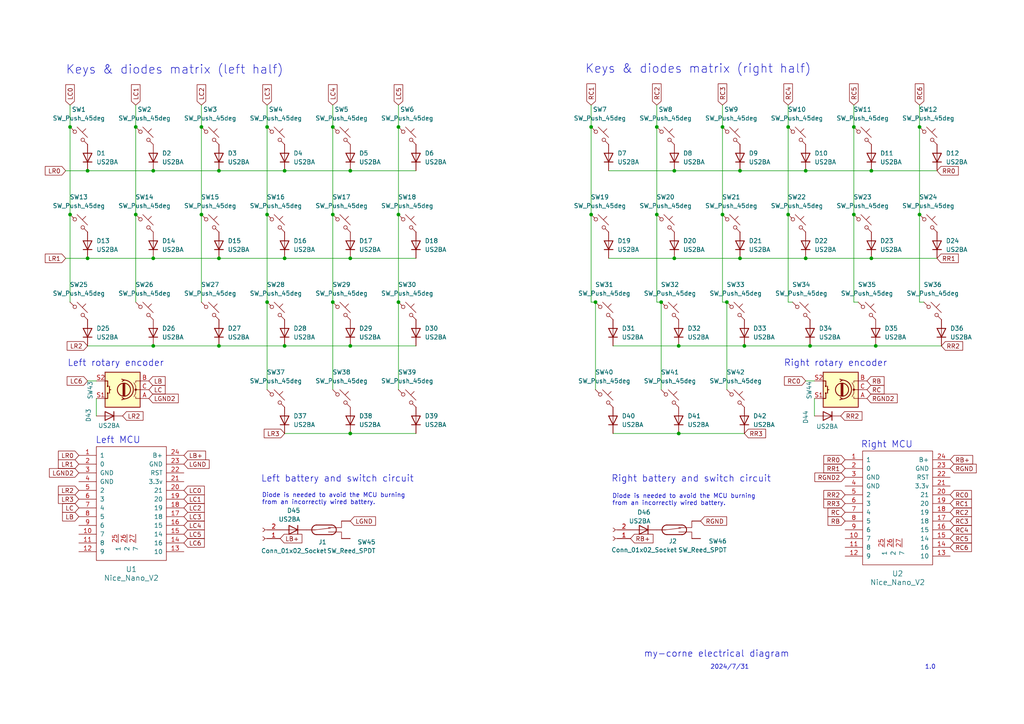
<source format=kicad_sch>
(kicad_sch (version 20231120) (generator "eeschema") (generator_version "8.0")
  (paper "A4")
  (lib_symbols
    (symbol "Connector:Conn_01x02_Socket" (pin_names (offset 1.016) hide)
      (property "Reference" "J" (at 0 2.54 0))
      (property "Value" "Conn_01x02_Socket" (at 0 -5.08 0))
      (symbol "Conn_01x02_Socket_1_1"
        (pin passive line (at -5.08 0 0) (length 3.81) (name "Pin_1") (number "1"))
        (pin passive line (at -5.08 -2.54 0) (length 3.81) (name "Pin_2") (number "2"))
      )
    )
    (symbol "Device:RotaryEncoder_Switch" (pin_names (offset 0.254) hide)
      (property "Reference" "SW" (at 0 6.604 0))
      (property "Value" "RotaryEncoder_Switch" (at 0 -6.604 0))
      (symbol "RotaryEncoder_Switch_1_1"
        (pin passive line (at -7.62 2.54 0) (length 2.54) (name "A") (number "A"))
        (pin passive line (at -7.62 -2.54 0) (length 2.54) (name "B") (number "B"))
        (pin passive line (at -7.62 0 0) (length 2.54) (name "C") (number "C"))
        (pin passive line (at 7.62 2.54 180) (length 2.54) (name "S1") (number "S1"))
        (pin passive line (at 7.62 -2.54 180) (length 2.54) (name "S2") (number "S2"))
      )
    )
    (symbol "Diode:US2BA" (pin_numbers hide) (pin_names hide)
      (property "Reference" "D" (at 0 2.54 0))
      (property "Value" "US2BA" (at 0 -2.54 0))
      (symbol "US2BA_1_1"
        (pin passive line (at -3.81 0 0) (length 2.54) (name "K") (number "1"))
        (pin passive line (at 3.81 0 180) (length 2.54) (name "A") (number "2"))
      )
    )
    (symbol "ScottoKeebs:MCU_Nice_Nano_V2" (pin_names (offset 1.016))
      (property "Reference" "U" (at 0 0 0))
      (property "Value" "Nice_Nano_V2" (at 0 -19.05 0))
      (symbol "MCU_Nice_Nano_V2_1_1"
        (pin input line (at -15.24 13.97 0) (length 5.08) (name "1") (number "1"))
        (pin input line (at -15.24 -8.89 0) (length 5.08) (name "7") (number "10"))
        (pin input line (at -15.24 -11.43 0) (length 5.08) (name "8") (number "11"))
        (pin input line (at -15.24 -13.97 0) (length 5.08) (name "9") (number "12"))
        (pin input line (at 15.24 -13.97 180) (length 5.08) (name "10") (number "13"))
        (pin input line (at 15.24 -11.43 180) (length 5.08) (name "16") (number "14"))
        (pin input line (at 15.24 -8.89 180) (length 5.08) (name "14") (number "15"))
        (pin input line (at 15.24 -6.35 180) (length 5.08) (name "15") (number "16"))
        (pin input line (at 15.24 -3.81 180) (length 5.08) (name "18") (number "17"))
        (pin input line (at 15.24 -1.27 180) (length 5.08) (name "19") (number "18"))
        (pin input line (at 15.24 1.27 180) (length 5.08) (name "20") (number "19"))
        (pin input line (at -15.24 11.43 0) (length 5.08) (name "0") (number "2"))
        (pin input line (at 15.24 3.81 180) (length 5.08) (name "21") (number "20"))
        (pin input line (at 15.24 6.35 180) (length 5.08) (name "3.3v") (number "21"))
        (pin input line (at 15.24 8.89 180) (length 5.08) (name "RST") (number "22"))
        (pin input line (at 15.24 11.43 180) (length 5.08) (name "GND") (number "23"))
        (pin input line (at 15.24 13.97 180) (length 5.08) (name "B+") (number "24"))
        (pin input line (at -3.81 -8.89 270) (length 2.5) (name "1") (number "25"))
        (pin input line (at -1.27 -8.89 270) (length 2.5) (name "2") (number "26"))
        (pin input line (at 1.27 -8.89 270) (length 2.5) (name "7") (number "27"))
        (pin input line (at -15.24 8.89 0) (length 5.08) (name "GND") (number "3"))
        (pin input line (at -15.24 6.35 0) (length 5.08) (name "GND") (number "4"))
        (pin input line (at -15.24 3.81 0) (length 5.08) (name "2") (number "5"))
        (pin input line (at -15.24 1.27 0) (length 5.08) (name "3") (number "6"))
        (pin input line (at -15.24 -1.27 0) (length 5.08) (name "4") (number "7"))
        (pin input line (at -15.24 -3.81 0) (length 5.08) (name "5") (number "8"))
        (pin input line (at -15.24 -6.35 0) (length 5.08) (name "6") (number "9"))
      )
    )
    (symbol "Switch:SW_Push_45deg" (pin_numbers hide) (pin_names (offset 1.016) hide)
      (property "Reference" "SW" (at 3.048 1.016 0))
      (property "Value" "SW_Push_45deg" (at 0 -3.81 0))
      (symbol "SW_Push_45deg_0_1"
        (pin passive line (at -2.54 2.54 0) (length 0) (name "1") (number "1"))
        (pin passive line (at 2.54 -2.54 180) (length 0) (name "2") (number "2"))
      )
    )
    (symbol "Switch:SW_Reed_SPDT" (pin_numbers hide) (pin_names (offset 0) hide)
      (property "Reference" "SW" (at 0 2.54 0))
      (property "Value" "SW_Reed_SPDT" (at 0 -3.81 0))
      (symbol "SW_Reed_SPDT_1_1"
        (pin passive line (at 7.62 2.54 180) (length 2.54) (name "1") (number "1"))
        (pin passive line (at -5.08 0 0) (length 2.54) (name "2") (number "2"))
        (pin passive line (at 7.62 -2.54 180) (length 2.54) (name "3") (number "3"))
      )
    )
  )
  (junction (at 58.42 62.23))
  (junction (at 247.65 62.23))
  (junction (at 115.57 87.63))
  (junction (at 196.85 125.73))
  (junction (at 96.52 87.63))
  (junction (at 266.7 36.83))
  (junction (at 58.42 36.83))
  (junction (at 233.68 49.53))
  (junction (at 191.77 87.63))
  (junction (at 82.55 49.53))
  (junction (at 101.6 49.53))
  (junction (at 25.4 74.93))
  (junction (at 44.45 74.93))
  (junction (at 96.52 62.23))
  (junction (at 63.5 74.93))
  (junction (at 82.55 100.33))
  (junction (at 190.5 62.23))
  (junction (at 115.57 62.23))
  (junction (at 254 100.33))
  (junction (at 252.73 49.53))
  (junction (at 101.6 125.73))
  (junction (at 77.47 62.23))
  (junction (at 171.45 62.23))
  (junction (at 101.6 74.93))
  (junction (at 233.68 74.93))
  (junction (at 20.32 62.23))
  (junction (at 209.55 62.23))
  (junction (at 63.5 100.33))
  (junction (at 39.37 62.23))
  (junction (at 252.73 74.93))
  (junction (at 228.6 36.83))
  (junction (at 77.47 36.83))
  (junction (at 44.45 49.53))
  (junction (at 195.58 49.53))
  (junction (at 101.6 100.33))
  (junction (at 77.47 87.63))
  (junction (at 195.58 74.93))
  (junction (at 172.72 87.63))
  (junction (at 25.4 49.53))
  (junction (at 214.63 49.53))
  (junction (at 190.5 36.83))
  (junction (at 215.9 100.33))
  (junction (at 115.57 36.83))
  (junction (at 209.55 36.83))
  (junction (at 210.82 87.63))
  (junction (at 228.6 62.23))
  (junction (at 82.55 74.93))
  (junction (at 247.65 36.83))
  (junction (at 96.52 36.83))
  (junction (at 39.37 36.83))
  (junction (at 63.5 49.53))
  (junction (at 171.45 36.83))
  (junction (at 266.7 62.23))
  (junction (at 214.63 74.93))
  (junction (at 20.32 36.83))
  (junction (at 196.85 100.33))
  (junction (at 44.45 100.33))
  (junction (at 234.95 100.33))
  (wire (pts (xy 77.47 87.63) (xy 77.47 113.03)))
  (wire (pts (xy 27.94 120.65) (xy 27.94 115.57)))
  (wire (pts (xy 25.4 49.53) (xy 44.45 49.53)))
  (wire (pts (xy 176.53 74.93) (xy 195.58 74.93)))
  (wire (pts (xy 266.7 62.23) (xy 266.7 87.63)))
  (wire (pts (xy 196.85 100.33) (xy 215.9 100.33)))
  (wire (pts (xy 20.32 36.83) (xy 20.32 62.23)))
  (wire (pts (xy 209.55 36.83) (xy 209.55 62.23)))
  (wire (pts (xy 96.52 87.63) (xy 96.52 113.03)))
  (wire (pts (xy 209.55 30.48) (xy 209.55 36.83)))
  (wire (pts (xy 214.63 49.53) (xy 233.68 49.53)))
  (wire (pts (xy 177.8 125.73) (xy 196.85 125.73)))
  (wire (pts (xy 177.8 100.33) (xy 196.85 100.33)))
  (wire (pts (xy 115.57 87.63) (xy 115.57 113.03)))
  (wire (pts (xy 190.5 36.83) (xy 190.5 62.23)))
  (wire (pts (xy 252.73 74.93) (xy 271.78 74.93)))
  (wire (pts (xy 171.45 87.63) (xy 172.72 87.63)))
  (wire (pts (xy 228.6 30.48) (xy 228.6 36.83)))
  (wire (pts (xy 96.52 36.83) (xy 96.52 62.23)))
  (wire (pts (xy 190.5 87.63) (xy 191.77 87.63)))
  (wire (pts (xy 115.57 62.23) (xy 115.57 87.63)))
  (wire (pts (xy 101.6 100.33) (xy 120.65 100.33)))
  (wire (pts (xy 172.72 87.63) (xy 172.72 113.03)))
  (wire (pts (xy 247.65 62.23) (xy 247.65 87.63)))
  (wire (pts (xy 63.5 100.33) (xy 82.55 100.33)))
  (wire (pts (xy 25.4 100.33) (xy 44.45 100.33)))
  (wire (pts (xy 247.65 36.83) (xy 247.65 62.23)))
  (wire (pts (xy 58.42 62.23) (xy 58.42 87.63)))
  (wire (pts (xy 96.52 30.48) (xy 96.52 36.83)))
  (wire (pts (xy 82.55 125.73) (xy 101.6 125.73)))
  (wire (pts (xy 209.55 62.23) (xy 209.55 87.63)))
  (wire (pts (xy 77.47 36.83) (xy 77.47 62.23)))
  (wire (pts (xy 195.58 49.53) (xy 214.63 49.53)))
  (wire (pts (xy 171.45 36.83) (xy 171.45 62.23)))
  (wire (pts (xy 82.55 49.53) (xy 101.6 49.53)))
  (wire (pts (xy 233.68 74.93) (xy 252.73 74.93)))
  (wire (pts (xy 191.77 87.63) (xy 191.77 113.03)))
  (wire (pts (xy 58.42 30.48) (xy 58.42 36.83)))
  (wire (pts (xy 228.6 87.63) (xy 229.87 87.63)))
  (wire (pts (xy 215.9 100.33) (xy 234.95 100.33)))
  (wire (pts (xy 44.45 74.93) (xy 63.5 74.93)))
  (wire (pts (xy 63.5 49.53) (xy 82.55 49.53)))
  (wire (pts (xy 63.5 74.93) (xy 82.55 74.93)))
  (wire (pts (xy 236.22 120.65) (xy 236.22 115.57)))
  (wire (pts (xy 266.7 30.48) (xy 266.7 36.83)))
  (wire (pts (xy 115.57 30.48) (xy 115.57 36.83)))
  (wire (pts (xy 96.52 62.23) (xy 96.52 87.63)))
  (wire (pts (xy 25.4 74.93) (xy 44.45 74.93)))
  (wire (pts (xy 171.45 30.48) (xy 171.45 36.83)))
  (wire (pts (xy 25.4 110.49) (xy 27.94 110.49)))
  (wire (pts (xy 39.37 62.23) (xy 39.37 87.63)))
  (wire (pts (xy 233.68 110.49) (xy 236.22 110.49)))
  (wire (pts (xy 82.55 74.93) (xy 101.6 74.93)))
  (wire (pts (xy 252.73 49.53) (xy 271.78 49.53)))
  (wire (pts (xy 214.63 74.93) (xy 233.68 74.93)))
  (wire (pts (xy 171.45 62.23) (xy 171.45 87.63)))
  (wire (pts (xy 77.47 30.48) (xy 77.47 36.83)))
  (wire (pts (xy 19.05 49.53) (xy 25.4 49.53)))
  (wire (pts (xy 190.5 30.48) (xy 190.5 36.83)))
  (wire (pts (xy 101.6 49.53) (xy 120.65 49.53)))
  (wire (pts (xy 44.45 100.33) (xy 63.5 100.33)))
  (wire (pts (xy 101.6 74.93) (xy 120.65 74.93)))
  (wire (pts (xy 247.65 30.48) (xy 247.65 36.83)))
  (wire (pts (xy 101.6 125.73) (xy 120.65 125.73)))
  (wire (pts (xy 234.95 100.33) (xy 254 100.33)))
  (wire (pts (xy 44.45 49.53) (xy 63.5 49.53)))
  (wire (pts (xy 20.32 30.48) (xy 20.32 36.83)))
  (wire (pts (xy 115.57 36.83) (xy 115.57 62.23)))
  (wire (pts (xy 195.58 74.93) (xy 214.63 74.93)))
  (wire (pts (xy 254 100.33) (xy 273.05 100.33)))
  (wire (pts (xy 82.55 100.33) (xy 101.6 100.33)))
  (wire (pts (xy 176.53 49.53) (xy 195.58 49.53)))
  (wire (pts (xy 190.5 62.23) (xy 190.5 87.63)))
  (wire (pts (xy 247.65 87.63) (xy 248.92 87.63)))
  (wire (pts (xy 266.7 87.63) (xy 267.97 87.63)))
  (wire (pts (xy 210.82 87.63) (xy 210.82 113.03)))
  (wire (pts (xy 77.47 62.23) (xy 77.47 87.63)))
  (wire (pts (xy 228.6 36.83) (xy 228.6 62.23)))
  (wire (pts (xy 20.32 62.23) (xy 20.32 87.63)))
  (wire (pts (xy 39.37 36.83) (xy 39.37 62.23)))
  (wire (pts (xy 266.7 36.83) (xy 266.7 62.23)))
  (wire (pts (xy 39.37 30.48) (xy 39.37 36.83)))
  (wire (pts (xy 209.55 87.63) (xy 210.82 87.63)))
  (wire (pts (xy 228.6 62.23) (xy 228.6 87.63)))
  (wire (pts (xy 58.42 36.83) (xy 58.42 62.23)))
  (wire (pts (xy 233.68 49.53) (xy 252.73 49.53)))
  (wire (pts (xy 196.85 125.73) (xy 215.9 125.73)))
  (wire (pts (xy 19.05 74.93) (xy 25.4 74.93)))
  (text "Right rotary encoder\n" (at 227.33 105.41 0) (effects (font (size 1.905 1.905)) (justify left)))
  (text "Keys & diodes matrix (right half)" (at 169.672 20.066 0) (effects (font (size 2.54 2.54)) (justify left)))
  (text "my-corne electrical diagram\n" (at 186.69 189.738 0) (effects (font (size 1.905 1.905)) (justify left)))
  (text "Keys & diodes matrix (left half)" (at 19.05 20.32 0) (effects (font (size 2.54 2.54)) (justify left)))
  (text "1.0" (at 268.224 193.548 0) (effects (font (size 1.27 1.27)) (justify left)))
  (text "Left rotary encoder\n" (at 19.558 105.41 0) (effects (font (size 1.905 1.905)) (justify left)))
  (text "Diode is needed to avoid the MCU burning \nfrom an incorrectly wired battery.\n" (at 75.946 143.002 0) (effects (font (size 1.27 1.27)) (justify left top)))
  (text "Left MCU" (at 27.686 127.762 0) (effects (font (size 1.905 1.905)) (justify left)))
  (text "Left battery and switch circuit" (at 75.692 138.938 0) (effects (font (size 1.905 1.905)) (justify left)))
  (text "Right MCU" (at 249.682 129.032 0) (effects (font (size 1.905 1.905)) (justify left)))
  (text "Right battery and switch circuit" (at 177.292 138.938 0) (effects (font (size 1.905 1.905)) (justify left)))
  (text "Diode is needed to avoid the MCU burning \nfrom an incorrectly wired battery.\n" (at 177.546 143.256 0) (effects (font (size 1.27 1.27)) (justify left top)))
  (text "2024/7/31\n" (at 205.994 193.548 0) (effects (font (size 1.27 1.27)) (justify left)))
  (global_label "RC0" (shape input) (at 275.59 143.51 0) (property "Intersheetrefs" "${INTERSHEET_REFS}" (effects (hide yes))))
  (global_label "RR1" (shape input) (at 245.11 135.89 180) (property "Intersheetrefs" "${INTERSHEET_REFS}" (effects (hide yes))))
  (global_label "RC2" (shape input) (at 275.59 148.59 0) (property "Intersheetrefs" "${INTERSHEET_REFS}" (effects (hide yes))))
  (global_label "LB" (shape input) (at 43.18 110.49 0) (property "Intersheetrefs" "${INTERSHEET_REFS}" (effects (hide yes))))
  (global_label "RC6" (shape input) (at 266.7 30.48 90) (property "Intersheetrefs" "${INTERSHEET_REFS}" (effects (hide yes))))
  (global_label "RC6" (shape input) (at 275.59 158.75 0) (property "Intersheetrefs" "${INTERSHEET_REFS}" (effects (hide yes))))
  (global_label "LC3" (shape input) (at 77.47 30.48 90) (property "Intersheetrefs" "${INTERSHEET_REFS}" (effects (hide yes))))
  (global_label "RR2" (shape input) (at 273.05 100.33 0) (property "Intersheetrefs" "${INTERSHEET_REFS}" (effects (hide yes))))
  (global_label "LC" (shape input) (at 22.86 147.32 180) (property "Intersheetrefs" "${INTERSHEET_REFS}" (effects (hide yes))))
  (global_label "LC" (shape input) (at 43.18 113.03 0) (property "Intersheetrefs" "${INTERSHEET_REFS}" (effects (hide yes))))
  (global_label "RB+" (shape input) (at 275.59 133.35 0) (property "Intersheetrefs" "${INTERSHEET_REFS}" (effects (hide yes))))
  (global_label "RC5" (shape input) (at 247.65 30.48 90) (property "Intersheetrefs" "${INTERSHEET_REFS}" (effects (hide yes))))
  (global_label "RGND2" (shape input) (at 251.46 115.57 0) (property "Intersheetrefs" "${INTERSHEET_REFS}" (effects (hide yes))))
  (global_label "LR0" (shape input) (at 19.05 49.53 180) (property "Intersheetrefs" "${INTERSHEET_REFS}" (effects (hide yes))))
  (global_label "RR3" (shape input) (at 215.9 125.73 0) (property "Intersheetrefs" "${INTERSHEET_REFS}" (effects (hide yes))))
  (global_label "RC3" (shape input) (at 209.55 30.48 90) (property "Intersheetrefs" "${INTERSHEET_REFS}" (effects (hide yes))))
  (global_label "LR1" (shape input) (at 22.86 134.62 180) (property "Intersheetrefs" "${INTERSHEET_REFS}" (effects (hide yes))))
  (global_label "LC5" (shape input) (at 115.57 30.48 90) (property "Intersheetrefs" "${INTERSHEET_REFS}" (effects (hide yes))))
  (global_label "LC6" (shape input) (at 53.34 157.48 0) (property "Intersheetrefs" "${INTERSHEET_REFS}" (effects (hide yes))))
  (global_label "LGND2" (shape input) (at 43.18 115.57 0) (property "Intersheetrefs" "${INTERSHEET_REFS}" (effects (hide yes))))
  (global_label "LR2" (shape input) (at 22.86 142.24 180) (property "Intersheetrefs" "${INTERSHEET_REFS}" (effects (hide yes))))
  (global_label "RC0" (shape input) (at 233.68 110.49 180) (property "Intersheetrefs" "${INTERSHEET_REFS}" (effects (hide yes))))
  (global_label "LR3" (shape input) (at 82.55 125.73 180) (property "Intersheetrefs" "${INTERSHEET_REFS}" (effects (hide yes))))
  (global_label "RR0" (shape input) (at 271.78 49.53 0) (property "Intersheetrefs" "${INTERSHEET_REFS}" (effects (hide yes))))
  (global_label "RR2" (shape input) (at 243.84 120.65 0) (property "Intersheetrefs" "${INTERSHEET_REFS}" (effects (hide yes))))
  (global_label "LR2" (shape input) (at 25.4 100.33 180) (property "Intersheetrefs" "${INTERSHEET_REFS}" (effects (hide yes))))
  (global_label "LC0" (shape input) (at 20.32 30.48 90) (property "Intersheetrefs" "${INTERSHEET_REFS}" (effects (hide yes))))
  (global_label "LGND" (shape input) (at 101.6 151.13 0) (property "Intersheetrefs" "${INTERSHEET_REFS}" (effects (hide yes))))
  (global_label "LR0" (shape input) (at 22.86 132.08 180) (property "Intersheetrefs" "${INTERSHEET_REFS}" (effects (hide yes))))
  (global_label "LB+" (shape input) (at 53.34 132.08 0) (property "Intersheetrefs" "${INTERSHEET_REFS}" (effects (hide yes))))
  (global_label "RC4" (shape input) (at 275.59 153.67 0) (property "Intersheetrefs" "${INTERSHEET_REFS}" (effects (hide yes))))
  (global_label "RC4" (shape input) (at 228.6 30.48 90) (property "Intersheetrefs" "${INTERSHEET_REFS}" (effects (hide yes))))
  (global_label "RGND" (shape input) (at 203.2 151.13 0) (property "Intersheetrefs" "${INTERSHEET_REFS}" (effects (hide yes))))
  (global_label "RR0" (shape input) (at 245.11 133.35 180) (property "Intersheetrefs" "${INTERSHEET_REFS}" (effects (hide yes))))
  (global_label "LR1" (shape input) (at 19.05 74.93 180) (property "Intersheetrefs" "${INTERSHEET_REFS}" (effects (hide yes))))
  (global_label "LC2" (shape input) (at 53.34 147.32 0) (property "Intersheetrefs" "${INTERSHEET_REFS}" (effects (hide yes))))
  (global_label "RC5" (shape input) (at 275.59 156.21 0) (property "Intersheetrefs" "${INTERSHEET_REFS}" (effects (hide yes))))
  (global_label "RC" (shape input) (at 245.11 148.59 180) (property "Intersheetrefs" "${INTERSHEET_REFS}" (effects (hide yes))))
  (global_label "LC6" (shape input) (at 25.4 110.49 180) (property "Intersheetrefs" "${INTERSHEET_REFS}" (effects (hide yes))))
  (global_label "RC2" (shape input) (at 190.5 30.48 90) (property "Intersheetrefs" "${INTERSHEET_REFS}" (effects (hide yes))))
  (global_label "LR3" (shape input) (at 22.86 144.78 180) (property "Intersheetrefs" "${INTERSHEET_REFS}" (effects (hide yes))))
  (global_label "RR1" (shape input) (at 271.78 74.93 0) (property "Intersheetrefs" "${INTERSHEET_REFS}" (effects (hide yes))))
  (global_label "RC1" (shape input) (at 275.59 146.05 0) (property "Intersheetrefs" "${INTERSHEET_REFS}" (effects (hide yes))))
  (global_label "LC2" (shape input) (at 58.42 30.48 90) (property "Intersheetrefs" "${INTERSHEET_REFS}" (effects (hide yes))))
  (global_label "LC1" (shape input) (at 39.37 30.48 90) (property "Intersheetrefs" "${INTERSHEET_REFS}" (effects (hide yes))))
  (global_label "LR2" (shape input) (at 35.56 120.65 0) (property "Intersheetrefs" "${INTERSHEET_REFS}" (effects (hide yes))))
  (global_label "LC0" (shape input) (at 53.34 142.24 0) (property "Intersheetrefs" "${INTERSHEET_REFS}" (effects (hide yes))))
  (global_label "RB+" (shape input) (at 182.88 156.21 0) (property "Intersheetrefs" "${INTERSHEET_REFS}" (effects (hide yes))))
  (global_label "RC1" (shape input) (at 171.45 30.48 90) (property "Intersheetrefs" "${INTERSHEET_REFS}" (effects (hide yes))))
  (global_label "LC5" (shape input) (at 53.34 154.94 0) (property "Intersheetrefs" "${INTERSHEET_REFS}" (effects (hide yes))))
  (global_label "RR3" (shape input) (at 245.11 146.05 180) (property "Intersheetrefs" "${INTERSHEET_REFS}" (effects (hide yes))))
  (global_label "RGND" (shape input) (at 275.59 135.89 0) (property "Intersheetrefs" "${INTERSHEET_REFS}" (effects (hide yes))))
  (global_label "RB" (shape input) (at 251.46 110.49 0) (property "Intersheetrefs" "${INTERSHEET_REFS}" (effects (hide yes))))
  (global_label "LB+" (shape input) (at 81.28 156.21 0) (property "Intersheetrefs" "${INTERSHEET_REFS}" (effects (hide yes))))
  (global_label "RR2" (shape input) (at 245.11 143.51 180) (property "Intersheetrefs" "${INTERSHEET_REFS}" (effects (hide yes))))
  (global_label "LC3" (shape input) (at 53.34 149.86 0) (property "Intersheetrefs" "${INTERSHEET_REFS}" (effects (hide yes))))
  (global_label "RB" (shape input) (at 245.11 151.13 180) (property "Intersheetrefs" "${INTERSHEET_REFS}" (effects (hide yes))))
  (global_label "LGND" (shape input) (at 53.34 134.62 0) (property "Intersheetrefs" "${INTERSHEET_REFS}" (effects (hide yes))))
  (global_label "RGND2" (shape input) (at 245.11 138.43 180) (property "Intersheetrefs" "${INTERSHEET_REFS}" (effects (hide yes))))
  (global_label "RC3" (shape input) (at 275.59 151.13 0) (property "Intersheetrefs" "${INTERSHEET_REFS}" (effects (hide yes))))
  (global_label "RC" (shape input) (at 251.46 113.03 0) (property "Intersheetrefs" "${INTERSHEET_REFS}" (effects (hide yes))))
  (global_label "LGND2" (shape input) (at 22.86 137.16 180) (property "Intersheetrefs" "${INTERSHEET_REFS}" (effects (hide yes))))
  (global_label "LC4" (shape input) (at 96.52 30.48 90) (property "Intersheetrefs" "${INTERSHEET_REFS}" (effects (hide yes))))
  (global_label "LC1" (shape input) (at 53.34 144.78 0) (property "Intersheetrefs" "${INTERSHEET_REFS}" (effects (hide yes))))
  (global_label "LB" (shape input) (at 22.86 149.86 180) (property "Intersheetrefs" "${INTERSHEET_REFS}" (effects (hide yes))))
  (global_label "LC4" (shape input) (at 53.34 152.4 0) (property "Intersheetrefs" "${INTERSHEET_REFS}" (effects (hide yes))))
  (symbol (lib_id "Diode:US2BA") (at 44.45 45.72 90) (unit 1)
    (property "Reference" "D2" (at 46.99 44.4499 90) (effects (justify right)))
    (property "Value" "US2BA" (at 46.99 46.9899 90) (effects (justify right)))
    (property "Footprint" "ScottoKeebs_Components:Diode_SOD-123" (effects (hide yes)))
    (property "Datasheet" "https://www.onsemi.com/pub/Collateral/US2AA-D.PDF" (effects (hide yes)))
    (property "Description" "100V, 1.5A, General Purpose Rectifier Diode, SMA(DO-214AC)" (effects (hide yes)))
    (property "Sim.Device" "D" (effects (hide yes)))
    (property "Sim.Pins" "1=K 2=A" (effects (hide yes)))
  )
  (symbol (lib_id "Switch:SW_Push_45deg") (at 212.09 64.77 0) (unit 1)
    (property "Reference" "SW21" (at 212.09 57.15 0))
    (property "Value" "SW_Push_45deg" (at 212.09 59.69 0))
    (property "Footprint" "ScottoKeebs_MX:MX_PCB_1.00u" (effects (hide yes)))
    (property "Description" "Push button switch, normally open, two pins, 45° tilted" (effects (hide yes)))
  )
  (symbol (lib_id "Switch:SW_Push_45deg") (at 213.36 90.17 0) (unit 1)
    (property "Reference" "SW33" (at 213.36 82.55 0))
    (property "Value" "SW_Push_45deg" (at 213.36 85.09 0))
    (property "Footprint" "ScottoKeebs_MX:MX_PCB_1.00u" (effects (hide yes)))
    (property "Description" "Push button switch, normally open, two pins, 45° tilted" (effects (hide yes)))
  )
  (symbol (lib_id "Switch:SW_Push_45deg") (at 231.14 39.37 0) (unit 1)
    (property "Reference" "SW10" (at 231.14 31.75 0))
    (property "Value" "SW_Push_45deg" (at 231.14 34.29 0))
    (property "Footprint" "ScottoKeebs_MX:MX_PCB_1.00u" (effects (hide yes)))
    (property "Description" "Push button switch, normally open, two pins, 45° tilted" (effects (hide yes)))
  )
  (symbol (lib_id "Diode:US2BA") (at 215.9 121.92 90) (unit 1)
    (property "Reference" "D42" (at 218.44 120.6499 90) (effects (justify right)))
    (property "Value" "US2BA" (at 218.44 123.1899 90) (effects (justify right)))
    (property "Footprint" "ScottoKeebs_Components:Diode_SOD-123" (effects (hide yes)))
    (property "Datasheet" "https://www.onsemi.com/pub/Collateral/US2AA-D.PDF" (effects (hide yes)))
    (property "Description" "100V, 1.5A, General Purpose Rectifier Diode, SMA(DO-214AC)" (effects (hide yes)))
    (property "Sim.Device" "D" (effects (hide yes)))
    (property "Sim.Pins" "1=K 2=A" (effects (hide yes)))
  )
  (symbol (lib_id "Diode:US2BA") (at 120.65 121.92 90) (unit 1)
    (property "Reference" "D39" (at 123.19 120.6499 90) (effects (justify right)))
    (property "Value" "US2BA" (at 123.19 123.1899 90) (effects (justify right)))
    (property "Footprint" "ScottoKeebs_Components:Diode_SOD-123" (effects (hide yes)))
    (property "Datasheet" "https://www.onsemi.com/pub/Collateral/US2AA-D.PDF" (effects (hide yes)))
    (property "Description" "100V, 1.5A, General Purpose Rectifier Diode, SMA(DO-214AC)" (effects (hide yes)))
    (property "Sim.Device" "D" (effects (hide yes)))
    (property "Sim.Pins" "1=K 2=A" (effects (hide yes)))
  )
  (symbol (lib_id "Switch:SW_Push_45deg") (at 22.86 90.17 0) (unit 1)
    (property "Reference" "SW25" (at 22.86 82.55 0))
    (property "Value" "SW_Push_45deg" (at 22.86 85.09 0))
    (property "Footprint" "ScottoKeebs_MX:MX_PCB_1.00u" (effects (hide yes)))
    (property "Description" "Push button switch, normally open, two pins, 45° tilted" (effects (hide yes)))
  )
  (symbol (lib_id "Switch:SW_Push_45deg") (at 118.11 64.77 0) (unit 1)
    (property "Reference" "SW18" (at 118.11 57.15 0))
    (property "Value" "SW_Push_45deg" (at 118.11 59.69 0))
    (property "Footprint" "ScottoKeebs_MX:MX_PCB_1.00u" (effects (hide yes)))
    (property "Description" "Push button switch, normally open, two pins, 45° tilted" (effects (hide yes)))
  )
  (symbol (lib_id "Diode:US2BA") (at 101.6 121.92 90) (unit 1)
    (property "Reference" "D38" (at 104.14 120.6499 90) (effects (justify right)))
    (property "Value" "US2BA" (at 104.14 123.1899 90) (effects (justify right)))
    (property "Footprint" "ScottoKeebs_Components:Diode_SOD-123" (effects (hide yes)))
    (property "Datasheet" "https://www.onsemi.com/pub/Collateral/US2AA-D.PDF" (effects (hide yes)))
    (property "Description" "100V, 1.5A, General Purpose Rectifier Diode, SMA(DO-214AC)" (effects (hide yes)))
    (property "Sim.Device" "D" (effects (hide yes)))
    (property "Sim.Pins" "1=K 2=A" (effects (hide yes)))
  )
  (symbol (lib_id "Diode:US2BA") (at 177.8 121.92 90) (unit 1)
    (property "Reference" "D40" (at 180.34 120.6499 90) (effects (justify right)))
    (property "Value" "US2BA" (at 180.34 123.1899 90) (effects (justify right)))
    (property "Footprint" "ScottoKeebs_Components:Diode_SOD-123" (effects (hide yes)))
    (property "Datasheet" "https://www.onsemi.com/pub/Collateral/US2AA-D.PDF" (effects (hide yes)))
    (property "Description" "100V, 1.5A, General Purpose Rectifier Diode, SMA(DO-214AC)" (effects (hide yes)))
    (property "Sim.Device" "D" (effects (hide yes)))
    (property "Sim.Pins" "1=K 2=A" (effects (hide yes)))
  )
  (symbol (lib_id "Switch:SW_Push_45deg") (at 41.91 64.77 0) (unit 1)
    (property "Reference" "SW14" (at 41.91 57.15 0))
    (property "Value" "SW_Push_45deg" (at 41.91 59.69 0))
    (property "Footprint" "ScottoKeebs_MX:MX_PCB_1.00u" (effects (hide yes)))
    (property "Description" "Push button switch, normally open, two pins, 45° tilted" (effects (hide yes)))
  )
  (symbol (lib_id "Switch:SW_Push_45deg") (at 80.01 64.77 0) (unit 1)
    (property "Reference" "SW16" (at 80.01 57.15 0))
    (property "Value" "SW_Push_45deg" (at 80.01 59.69 0))
    (property "Footprint" "ScottoKeebs_MX:MX_PCB_1.00u" (effects (hide yes)))
    (property "Description" "Push button switch, normally open, two pins, 45° tilted" (effects (hide yes)))
  )
  (symbol (lib_id "Switch:SW_Push_45deg") (at 22.86 64.77 0) (unit 1)
    (property "Reference" "SW13" (at 22.86 57.15 0))
    (property "Value" "SW_Push_45deg" (at 22.86 59.69 0))
    (property "Footprint" "ScottoKeebs_MX:MX_PCB_1.00u" (effects (hide yes)))
    (property "Description" "Push button switch, normally open, two pins, 45° tilted" (effects (hide yes)))
  )
  (symbol (lib_id "Diode:US2BA") (at 25.4 96.52 90) (unit 1)
    (property "Reference" "D25" (at 27.94 95.2499 90) (effects (justify right)))
    (property "Value" "US2BA" (at 27.94 97.7899 90) (effects (justify right)))
    (property "Footprint" "ScottoKeebs_Components:Diode_SOD-123" (effects (hide yes)))
    (property "Datasheet" "https://www.onsemi.com/pub/Collateral/US2AA-D.PDF" (effects (hide yes)))
    (property "Description" "100V, 1.5A, General Purpose Rectifier Diode, SMA(DO-214AC)" (effects (hide yes)))
    (property "Sim.Device" "D" (effects (hide yes)))
    (property "Sim.Pins" "1=K 2=A" (effects (hide yes)))
  )
  (symbol (lib_id "Diode:US2BA") (at 85.09 153.67 180) (unit 1)
    (property "Reference" "D45" (at 87.122 148.082 0) (effects (justify left)))
    (property "Value" "US2BA" (at 87.122 150.622 0) (effects (justify left)))
    (property "Footprint" "ScottoKeebs_Components:Diode_SOD-123" (effects (hide yes)))
    (property "Datasheet" "https://www.onsemi.com/pub/Collateral/US2AA-D.PDF" (effects (hide yes)))
    (property "Description" "100V, 1.5A, General Purpose Rectifier Diode, SMA(DO-214AC)" (effects (hide yes)))
    (property "Sim.Device" "D" (effects (hide yes)))
    (property "Sim.Pins" "1=K 2=A" (effects (hide yes)))
  )
  (symbol (lib_id "ScottoKeebs:MCU_Nice_Nano_V2") (at 38.1 146.05 0) (unit 1)
    (property "Reference" "U1" (at 38.1 165.1 0) (effects (font (size 1.524 1.524))))
    (property "Value" "Nice_Nano_V2" (at 38.1 167.64 0) (effects (font (size 1.524 1.524))))
    (property "Footprint" "ScottoKeebs_MCU:Nice_Nano_V2" (effects (hide yes)))
  )
  (symbol (lib_id "Switch:SW_Push_45deg") (at 173.99 39.37 0) (unit 1)
    (property "Reference" "SW7" (at 173.99 31.75 0))
    (property "Value" "SW_Push_45deg" (at 173.99 34.29 0))
    (property "Footprint" "ScottoKeebs_MX:MX_PCB_1.00u" (effects (hide yes)))
    (property "Description" "Push button switch, normally open, two pins, 45° tilted" (effects (hide yes)))
  )
  (symbol (lib_id "Switch:SW_Push_45deg") (at 60.96 64.77 0) (unit 1)
    (property "Reference" "SW15" (at 60.96 57.15 0))
    (property "Value" "SW_Push_45deg" (at 60.96 59.69 0))
    (property "Footprint" "ScottoKeebs_MX:MX_PCB_1.00u" (effects (hide yes)))
    (property "Description" "Push button switch, normally open, two pins, 45° tilted" (effects (hide yes)))
  )
  (symbol (lib_id "Switch:SW_Push_45deg") (at 99.06 39.37 0) (unit 1)
    (property "Reference" "SW5" (at 99.06 31.75 0))
    (property "Value" "SW_Push_45deg" (at 99.06 34.29 0))
    (property "Footprint" "ScottoKeebs_MX:MX_PCB_1.00u" (effects (hide yes)))
    (property "Description" "Push button switch, normally open, two pins, 45° tilted" (effects (hide yes)))
  )
  (symbol (lib_id "Switch:SW_Push_45deg") (at 231.14 64.77 0) (unit 1)
    (property "Reference" "SW22" (at 231.14 57.15 0))
    (property "Value" "SW_Push_45deg" (at 231.14 59.69 0))
    (property "Footprint" "ScottoKeebs_MX:MX_PCB_1.00u" (effects (hide yes)))
    (property "Description" "Push button switch, normally open, two pins, 45° tilted" (effects (hide yes)))
  )
  (symbol (lib_id "Diode:US2BA") (at 271.78 71.12 90) (unit 1)
    (property "Reference" "D24" (at 274.32 69.8499 90) (effects (justify right)))
    (property "Value" "US2BA" (at 274.32 72.3899 90) (effects (justify right)))
    (property "Footprint" "ScottoKeebs_Components:Diode_SOD-123" (effects (hide yes)))
    (property "Datasheet" "https://www.onsemi.com/pub/Collateral/US2AA-D.PDF" (effects (hide yes)))
    (property "Description" "100V, 1.5A, General Purpose Rectifier Diode, SMA(DO-214AC)" (effects (hide yes)))
    (property "Sim.Device" "D" (effects (hide yes)))
    (property "Sim.Pins" "1=K 2=A" (effects (hide yes)))
  )
  (symbol (lib_id "Diode:US2BA") (at 252.73 71.12 90) (unit 1)
    (property "Reference" "D23" (at 255.27 69.8499 90) (effects (justify right)))
    (property "Value" "US2BA" (at 255.27 72.3899 90) (effects (justify right)))
    (property "Footprint" "ScottoKeebs_Components:Diode_SOD-123" (effects (hide yes)))
    (property "Datasheet" "https://www.onsemi.com/pub/Collateral/US2AA-D.PDF" (effects (hide yes)))
    (property "Description" "100V, 1.5A, General Purpose Rectifier Diode, SMA(DO-214AC)" (effects (hide yes)))
    (property "Sim.Device" "D" (effects (hide yes)))
    (property "Sim.Pins" "1=K 2=A" (effects (hide yes)))
  )
  (symbol (lib_id "Switch:SW_Push_45deg") (at 80.01 39.37 0) (unit 1)
    (property "Reference" "SW4" (at 80.01 31.75 0))
    (property "Value" "SW_Push_45deg" (at 80.01 34.29 0))
    (property "Footprint" "ScottoKeebs_MX:MX_PCB_1.00u" (effects (hide yes)))
    (property "Description" "Push button switch, normally open, two pins, 45° tilted" (effects (hide yes)))
  )
  (symbol (lib_id "Diode:US2BA") (at 120.65 71.12 90) (unit 1)
    (property "Reference" "D18" (at 123.19 69.8499 90) (effects (justify right)))
    (property "Value" "US2BA" (at 123.19 72.3899 90) (effects (justify right)))
    (property "Footprint" "ScottoKeebs_Components:Diode_SOD-123" (effects (hide yes)))
    (property "Datasheet" "https://www.onsemi.com/pub/Collateral/US2AA-D.PDF" (effects (hide yes)))
    (property "Description" "100V, 1.5A, General Purpose Rectifier Diode, SMA(DO-214AC)" (effects (hide yes)))
    (property "Sim.Device" "D" (effects (hide yes)))
    (property "Sim.Pins" "1=K 2=A" (effects (hide yes)))
  )
  (symbol (lib_id "Switch:SW_Push_45deg") (at 193.04 39.37 0) (unit 1)
    (property "Reference" "SW8" (at 193.04 31.75 0))
    (property "Value" "SW_Push_45deg" (at 193.04 34.29 0))
    (property "Footprint" "ScottoKeebs_MX:MX_PCB_1.00u" (effects (hide yes)))
    (property "Description" "Push button switch, normally open, two pins, 45° tilted" (effects (hide yes)))
  )
  (symbol (lib_id "Switch:SW_Push_45deg") (at 250.19 64.77 0) (unit 1)
    (property "Reference" "SW23" (at 250.19 57.15 0))
    (property "Value" "SW_Push_45deg" (at 250.19 59.69 0))
    (property "Footprint" "ScottoKeebs_MX:MX_PCB_1.00u" (effects (hide yes)))
    (property "Description" "Push button switch, normally open, two pins, 45° tilted" (effects (hide yes)))
  )
  (symbol (lib_id "Diode:US2BA") (at 186.69 153.67 180) (unit 1)
    (property "Reference" "D46" (at 188.722 148.59 0) (effects (justify left)))
    (property "Value" "US2BA" (at 188.722 151.13 0) (effects (justify left)))
    (property "Footprint" "ScottoKeebs_Components:Diode_SOD-123" (effects (hide yes)))
    (property "Datasheet" "https://www.onsemi.com/pub/Collateral/US2AA-D.PDF" (effects (hide yes)))
    (property "Description" "100V, 1.5A, General Purpose Rectifier Diode, SMA(DO-214AC)" (effects (hide yes)))
    (property "Sim.Device" "D" (effects (hide yes)))
    (property "Sim.Pins" "1=K 2=A" (effects (hide yes)))
  )
  (symbol (lib_id "Diode:US2BA") (at 195.58 71.12 90) (unit 1)
    (property "Reference" "D20" (at 198.12 69.8499 90) (effects (justify right)))
    (property "Value" "US2BA" (at 198.12 72.3899 90) (effects (justify right)))
    (property "Footprint" "ScottoKeebs_Components:Diode_SOD-123" (effects (hide yes)))
    (property "Datasheet" "https://www.onsemi.com/pub/Collateral/US2AA-D.PDF" (effects (hide yes)))
    (property "Description" "100V, 1.5A, General Purpose Rectifier Diode, SMA(DO-214AC)" (effects (hide yes)))
    (property "Sim.Device" "D" (effects (hide yes)))
    (property "Sim.Pins" "1=K 2=A" (effects (hide yes)))
  )
  (symbol (lib_id "Diode:US2BA") (at 82.55 45.72 90) (unit 1)
    (property "Reference" "D4" (at 85.09 44.4499 90) (effects (justify right)))
    (property "Value" "US2BA" (at 85.09 46.9899 90) (effects (justify right)))
    (property "Footprint" "ScottoKeebs_Components:Diode_SOD-123" (effects (hide yes)))
    (property "Datasheet" "https://www.onsemi.com/pub/Collateral/US2AA-D.PDF" (effects (hide yes)))
    (property "Description" "100V, 1.5A, General Purpose Rectifier Diode, SMA(DO-214AC)" (effects (hide yes)))
    (property "Sim.Device" "D" (effects (hide yes)))
    (property "Sim.Pins" "1=K 2=A" (effects (hide yes)))
  )
  (symbol (lib_id "Switch:SW_Push_45deg") (at 232.41 90.17 0) (unit 1)
    (property "Reference" "SW34" (at 232.41 82.55 0))
    (property "Value" "SW_Push_45deg" (at 232.41 85.09 0))
    (property "Footprint" "ScottoKeebs_MX:MX_PCB_1.00u" (effects (hide yes)))
    (property "Description" "Push button switch, normally open, two pins, 45° tilted" (effects (hide yes)))
  )
  (symbol (lib_id "Diode:US2BA") (at 273.05 96.52 90) (unit 1)
    (property "Reference" "D36" (at 275.59 95.2499 90) (effects (justify right)))
    (property "Value" "US2BA" (at 275.59 97.7899 90) (effects (justify right)))
    (property "Footprint" "ScottoKeebs_Components:Diode_SOD-123" (effects (hide yes)))
    (property "Datasheet" "https://www.onsemi.com/pub/Collateral/US2AA-D.PDF" (effects (hide yes)))
    (property "Description" "100V, 1.5A, General Purpose Rectifier Diode, SMA(DO-214AC)" (effects (hide yes)))
    (property "Sim.Device" "D" (effects (hide yes)))
    (property "Sim.Pins" "1=K 2=A" (effects (hide yes)))
  )
  (symbol (lib_id "Diode:US2BA") (at 271.78 45.72 90) (unit 1)
    (property "Reference" "D12" (at 274.32 44.4499 90) (effects (justify right)))
    (property "Value" "US2BA" (at 274.32 46.9899 90) (effects (justify right)))
    (property "Footprint" "ScottoKeebs_Components:Diode_SOD-123" (effects (hide yes)))
    (property "Datasheet" "https://www.onsemi.com/pub/Collateral/US2AA-D.PDF" (effects (hide yes)))
    (property "Description" "100V, 1.5A, General Purpose Rectifier Diode, SMA(DO-214AC)" (effects (hide yes)))
    (property "Sim.Device" "D" (effects (hide yes)))
    (property "Sim.Pins" "1=K 2=A" (effects (hide yes)))
  )
  (symbol (lib_id "Diode:US2BA") (at 214.63 71.12 90) (unit 1)
    (property "Reference" "D21" (at 217.17 69.8499 90) (effects (justify right)))
    (property "Value" "US2BA" (at 217.17 72.3899 90) (effects (justify right)))
    (property "Footprint" "ScottoKeebs_Components:Diode_SOD-123" (effects (hide yes)))
    (property "Datasheet" "https://www.onsemi.com/pub/Collateral/US2AA-D.PDF" (effects (hide yes)))
    (property "Description" "100V, 1.5A, General Purpose Rectifier Diode, SMA(DO-214AC)" (effects (hide yes)))
    (property "Sim.Device" "D" (effects (hide yes)))
    (property "Sim.Pins" "1=K 2=A" (effects (hide yes)))
  )
  (symbol (lib_id "Diode:US2BA") (at 63.5 71.12 90) (unit 1)
    (property "Reference" "D15" (at 66.04 69.8499 90) (effects (justify right)))
    (property "Value" "US2BA" (at 66.04 72.3899 90) (effects (justify right)))
    (property "Footprint" "ScottoKeebs_Components:Diode_SOD-123" (effects (hide yes)))
    (property "Datasheet" "https://www.onsemi.com/pub/Collateral/US2AA-D.PDF" (effects (hide yes)))
    (property "Description" "100V, 1.5A, General Purpose Rectifier Diode, SMA(DO-214AC)" (effects (hide yes)))
    (property "Sim.Device" "D" (effects (hide yes)))
    (property "Sim.Pins" "1=K 2=A" (effects (hide yes)))
  )
  (symbol (lib_id "Switch:SW_Push_45deg") (at 193.04 64.77 0) (unit 1)
    (property "Reference" "SW20" (at 193.04 57.15 0))
    (property "Value" "SW_Push_45deg" (at 193.04 59.69 0))
    (property "Footprint" "ScottoKeebs_MX:MX_PCB_1.00u" (effects (hide yes)))
    (property "Description" "Push button switch, normally open, two pins, 45° tilted" (effects (hide yes)))
  )
  (symbol (lib_id "Diode:US2BA") (at 82.55 96.52 90) (unit 1)
    (property "Reference" "D28" (at 85.09 95.2499 90) (effects (justify right)))
    (property "Value" "US2BA" (at 85.09 97.7899 90) (effects (justify right)))
    (property "Footprint" "ScottoKeebs_Components:Diode_SOD-123" (effects (hide yes)))
    (property "Datasheet" "https://www.onsemi.com/pub/Collateral/US2AA-D.PDF" (effects (hide yes)))
    (property "Description" "100V, 1.5A, General Purpose Rectifier Diode, SMA(DO-214AC)" (effects (hide yes)))
    (property "Sim.Device" "D" (effects (hide yes)))
    (property "Sim.Pins" "1=K 2=A" (effects (hide yes)))
  )
  (symbol (lib_id "Switch:SW_Push_45deg") (at 213.36 115.57 0) (unit 1)
    (property "Reference" "SW42" (at 213.36 107.95 0))
    (property "Value" "SW_Push_45deg" (at 213.36 110.49 0))
    (property "Footprint" "ScottoKeebs_MX:MX_PCB_1.00u" (effects (hide yes)))
    (property "Description" "Push button switch, normally open, two pins, 45° tilted" (effects (hide yes)))
  )
  (symbol (lib_id "Switch:SW_Push_45deg") (at 118.11 90.17 0) (unit 1)
    (property "Reference" "SW30" (at 118.11 82.55 0))
    (property "Value" "SW_Push_45deg" (at 118.11 85.09 0))
    (property "Footprint" "ScottoKeebs_MX:MX_PCB_1.00u" (effects (hide yes)))
    (property "Description" "Push button switch, normally open, two pins, 45° tilted" (effects (hide yes)))
  )
  (symbol (lib_id "Diode:US2BA") (at 82.55 71.12 90) (unit 1)
    (property "Reference" "D16" (at 85.09 69.8499 90) (effects (justify right)))
    (property "Value" "US2BA" (at 85.09 72.3899 90) (effects (justify right)))
    (property "Footprint" "ScottoKeebs_Components:Diode_SOD-123" (effects (hide yes)))
    (property "Datasheet" "https://www.onsemi.com/pub/Collateral/US2AA-D.PDF" (effects (hide yes)))
    (property "Description" "100V, 1.5A, General Purpose Rectifier Diode, SMA(DO-214AC)" (effects (hide yes)))
    (property "Sim.Device" "D" (effects (hide yes)))
    (property "Sim.Pins" "1=K 2=A" (effects (hide yes)))
  )
  (symbol (lib_id "Diode:US2BA") (at 25.4 45.72 90) (unit 1)
    (property "Reference" "D1" (at 27.94 44.4499 90) (effects (justify right)))
    (property "Value" "US2BA" (at 27.94 46.9899 90) (effects (justify right)))
    (property "Footprint" "ScottoKeebs_Components:Diode_SOD-123" (effects (hide yes)))
    (property "Datasheet" "https://www.onsemi.com/pub/Collateral/US2AA-D.PDF" (effects (hide yes)))
    (property "Description" "100V, 1.5A, General Purpose Rectifier Diode, SMA(DO-214AC)" (effects (hide yes)))
    (property "Sim.Device" "D" (effects (hide yes)))
    (property "Sim.Pins" "1=K 2=A" (effects (hide yes)))
  )
  (symbol (lib_id "Device:RotaryEncoder_Switch") (at 35.56 113.03 180) (unit 1)
    (property "Reference" "SW43" (at 26.162 115.824 90) (effects (justify right)))
    (property "Value" "RotaryEncoder_Switch" (effects (hide yes)))
    (property "Footprint" "Rotary_Encoder:RotaryEncoder_Alps_EC11E-Switch_Vertical_H20mm" (effects (hide yes)))
    (property "Description" "Rotary encoder, dual channel, incremental quadrate outputs, with switch" (effects (hide yes)))
  )
  (symbol (lib_id "Switch:SW_Push_45deg") (at 99.06 115.57 0) (unit 1)
    (property "Reference" "SW38" (at 99.06 107.95 0))
    (property "Value" "SW_Push_45deg" (at 99.06 110.49 0))
    (property "Footprint" "ScottoKeebs_MX:MX_PCB_1.00u" (effects (hide yes)))
    (property "Description" "Push button switch, normally open, two pins, 45° tilted" (effects (hide yes)))
  )
  (symbol (lib_id "Switch:SW_Push_45deg") (at 173.99 64.77 0) (unit 1)
    (property "Reference" "SW19" (at 173.99 57.15 0))
    (property "Value" "SW_Push_45deg" (at 173.99 59.69 0))
    (property "Footprint" "ScottoKeebs_MX:MX_PCB_1.00u" (effects (hide yes)))
    (property "Description" "Push button switch, normally open, two pins, 45° tilted" (effects (hide yes)))
  )
  (symbol (lib_id "Diode:US2BA") (at 101.6 45.72 90) (unit 1)
    (property "Reference" "D5" (at 104.14 44.4499 90) (effects (justify right)))
    (property "Value" "US2BA" (at 104.14 46.9899 90) (effects (justify right)))
    (property "Footprint" "ScottoKeebs_Components:Diode_SOD-123" (effects (hide yes)))
    (property "Datasheet" "https://www.onsemi.com/pub/Collateral/US2AA-D.PDF" (effects (hide yes)))
    (property "Description" "100V, 1.5A, General Purpose Rectifier Diode, SMA(DO-214AC)" (effects (hide yes)))
    (property "Sim.Device" "D" (effects (hide yes)))
    (property "Sim.Pins" "1=K 2=A" (effects (hide yes)))
  )
  (symbol (lib_id "Switch:SW_Push_45deg") (at 269.24 64.77 0) (unit 1)
    (property "Reference" "SW24" (at 269.24 57.15 0))
    (property "Value" "SW_Push_45deg" (at 269.24 59.69 0))
    (property "Footprint" "ScottoKeebs_MX:MX_PCB_1.00u" (effects (hide yes)))
    (property "Description" "Push button switch, normally open, two pins, 45° tilted" (effects (hide yes)))
  )
  (symbol (lib_id "Switch:SW_Push_45deg") (at 99.06 90.17 0) (unit 1)
    (property "Reference" "SW29" (at 99.06 82.55 0))
    (property "Value" "SW_Push_45deg" (at 99.06 85.09 0))
    (property "Footprint" "ScottoKeebs_MX:MX_PCB_1.00u" (effects (hide yes)))
    (property "Description" "Push button switch, normally open, two pins, 45° tilted" (effects (hide yes)))
  )
  (symbol (lib_id "Diode:US2BA") (at 252.73 45.72 90) (unit 1)
    (property "Reference" "D11" (at 255.27 44.4499 90) (effects (justify right)))
    (property "Value" "US2BA" (at 255.27 46.9899 90) (effects (justify right)))
    (property "Footprint" "ScottoKeebs_Components:Diode_SOD-123" (effects (hide yes)))
    (property "Datasheet" "https://www.onsemi.com/pub/Collateral/US2AA-D.PDF" (effects (hide yes)))
    (property "Description" "100V, 1.5A, General Purpose Rectifier Diode, SMA(DO-214AC)" (effects (hide yes)))
    (property "Sim.Device" "D" (effects (hide yes)))
    (property "Sim.Pins" "1=K 2=A" (effects (hide yes)))
  )
  (symbol (lib_id "Diode:US2BA") (at 240.03 120.65 180) (unit 1)
    (property "Reference" "D44" (at 233.68 122.936 90) (effects (justify right)))
    (property "Value" "US2BA" (at 236.728 123.698 0) (effects (justify right)))
    (property "Footprint" "ScottoKeebs_Components:Diode_SOD-123" (effects (hide yes)))
    (property "Datasheet" "https://www.onsemi.com/pub/Collateral/US2AA-D.PDF" (effects (hide yes)))
    (property "Description" "100V, 1.5A, General Purpose Rectifier Diode, SMA(DO-214AC)" (effects (hide yes)))
    (property "Sim.Device" "D" (effects (hide yes)))
    (property "Sim.Pins" "1=K 2=A" (effects (hide yes)))
  )
  (symbol (lib_id "Switch:SW_Push_45deg") (at 60.96 39.37 0) (unit 1)
    (property "Reference" "SW3" (at 60.96 31.75 0))
    (property "Value" "SW_Push_45deg" (at 60.96 34.29 0))
    (property "Footprint" "ScottoKeebs_MX:MX_PCB_1.00u" (effects (hide yes)))
    (property "Description" "Push button switch, normally open, two pins, 45° tilted" (effects (hide yes)))
  )
  (symbol (lib_id "Switch:SW_Push_45deg") (at 250.19 39.37 0) (unit 1)
    (property "Reference" "SW11" (at 250.19 31.75 0))
    (property "Value" "SW_Push_45deg" (at 250.19 34.29 0))
    (property "Footprint" "ScottoKeebs_MX:MX_PCB_1.00u" (effects (hide yes)))
    (property "Description" "Push button switch, normally open, two pins, 45° tilted" (effects (hide yes)))
  )
  (symbol (lib_id "Switch:SW_Push_45deg") (at 175.26 90.17 0) (unit 1)
    (property "Reference" "SW31" (at 175.26 82.55 0))
    (property "Value" "SW_Push_45deg" (at 175.26 85.09 0))
    (property "Footprint" "ScottoKeebs_MX:MX_PCB_1.00u" (effects (hide yes)))
    (property "Description" "Push button switch, normally open, two pins, 45° tilted" (effects (hide yes)))
  )
  (symbol (lib_id "Diode:US2BA") (at 44.45 96.52 90) (unit 1)
    (property "Reference" "D26" (at 46.99 95.2499 90) (effects (justify right)))
    (property "Value" "US2BA" (at 46.99 97.7899 90) (effects (justify right)))
    (property "Footprint" "ScottoKeebs_Components:Diode_SOD-123" (effects (hide yes)))
    (property "Datasheet" "https://www.onsemi.com/pub/Collateral/US2AA-D.PDF" (effects (hide yes)))
    (property "Description" "100V, 1.5A, General Purpose Rectifier Diode, SMA(DO-214AC)" (effects (hide yes)))
    (property "Sim.Device" "D" (effects (hide yes)))
    (property "Sim.Pins" "1=K 2=A" (effects (hide yes)))
  )
  (symbol (lib_id "Switch:SW_Push_45deg") (at 251.46 90.17 0) (unit 1)
    (property "Reference" "SW35" (at 251.46 82.55 0))
    (property "Value" "SW_Push_45deg" (at 251.46 85.09 0))
    (property "Footprint" "ScottoKeebs_MX:MX_PCB_1.00u" (effects (hide yes)))
    (property "Description" "Push button switch, normally open, two pins, 45° tilted" (effects (hide yes)))
  )
  (symbol (lib_id "Switch:SW_Push_45deg") (at 118.11 39.37 0) (unit 1)
    (property "Reference" "SW6" (at 118.11 31.75 0))
    (property "Value" "SW_Push_45deg" (at 118.11 34.29 0))
    (property "Footprint" "ScottoKeebs_MX:MX_PCB_1.00u" (effects (hide yes)))
    (property "Description" "Push button switch, normally open, two pins, 45° tilted" (effects (hide yes)))
  )
  (symbol (lib_id "Switch:SW_Reed_SPDT") (at 93.98 153.67 0) (unit 1)
    (property "Reference" "SW45" (at 108.966 157.226 0) (effects (justify right)))
    (property "Value" "SW_Reed_SPDT" (at 108.966 159.766 0) (effects (justify right)))
    (property "Footprint" "Connector_PinHeader_2.54mm:PinHeader_1x03_P2.54mm_Horizontal" (effects (hide yes)))
    (property "Description" "SPDT reed switch" (effects (hide yes)))
  )
  (symbol (lib_id "Switch:SW_Push_45deg") (at 41.91 39.37 0) (unit 1)
    (property "Reference" "SW2" (at 41.91 31.75 0))
    (property "Value" "SW_Push_45deg" (at 41.91 34.29 0))
    (property "Footprint" "ScottoKeebs_MX:MX_PCB_1.00u" (effects (hide yes)))
    (property "Description" "Push button switch, normally open, two pins, 45° tilted" (effects (hide yes)))
  )
  (symbol (lib_id "Switch:SW_Push_45deg") (at 194.31 90.17 0) (unit 1)
    (property "Reference" "SW32" (at 194.31 82.55 0))
    (property "Value" "SW_Push_45deg" (at 194.31 85.09 0))
    (property "Footprint" "ScottoKeebs_MX:MX_PCB_1.00u" (effects (hide yes)))
    (property "Description" "Push button switch, normally open, two pins, 45° tilted" (effects (hide yes)))
  )
  (symbol (lib_id "Diode:US2BA") (at 214.63 45.72 90) (unit 1)
    (property "Reference" "D9" (at 217.17 44.4499 90) (effects (justify right)))
    (property "Value" "US2BA" (at 217.17 46.9899 90) (effects (justify right)))
    (property "Footprint" "ScottoKeebs_Components:Diode_SOD-123" (effects (hide yes)))
    (property "Datasheet" "https://www.onsemi.com/pub/Collateral/US2AA-D.PDF" (effects (hide yes)))
    (property "Description" "100V, 1.5A, General Purpose Rectifier Diode, SMA(DO-214AC)" (effects (hide yes)))
    (property "Sim.Device" "D" (effects (hide yes)))
    (property "Sim.Pins" "1=K 2=A" (effects (hide yes)))
  )
  (symbol (lib_id "Diode:US2BA") (at 120.65 45.72 90) (unit 1)
    (property "Reference" "D6" (at 123.19 44.4499 90) (effects (justify right)))
    (property "Value" "US2BA" (at 123.19 46.9899 90) (effects (justify right)))
    (property "Footprint" "ScottoKeebs_Components:Diode_SOD-123" (effects (hide yes)))
    (property "Datasheet" "https://www.onsemi.com/pub/Collateral/US2AA-D.PDF" (effects (hide yes)))
    (property "Description" "100V, 1.5A, General Purpose Rectifier Diode, SMA(DO-214AC)" (effects (hide yes)))
    (property "Sim.Device" "D" (effects (hide yes)))
    (property "Sim.Pins" "1=K 2=A" (effects (hide yes)))
  )
  (symbol (lib_id "Switch:SW_Push_45deg") (at 175.26 115.57 0) (unit 1)
    (property "Reference" "SW40" (at 175.26 107.95 0))
    (property "Value" "SW_Push_45deg" (at 175.26 110.49 0))
    (property "Footprint" "ScottoKeebs_MX:MX_PCB_1.50u" (effects (hide yes)))
    (property "Description" "Push button switch, normally open, two pins, 45° tilted" (effects (hide yes)))
  )
  (symbol (lib_id "Switch:SW_Push_45deg") (at 212.09 39.37 0) (unit 1)
    (property "Reference" "SW9" (at 212.09 31.75 0))
    (property "Value" "SW_Push_45deg" (at 212.09 34.29 0))
    (property "Footprint" "ScottoKeebs_MX:MX_PCB_1.00u" (effects (hide yes)))
    (property "Description" "Push button switch, normally open, two pins, 45° tilted" (effects (hide yes)))
  )
  (symbol (lib_id "Switch:SW_Reed_SPDT") (at 195.58 153.67 0) (unit 1)
    (property "Reference" "SW46" (at 210.82 156.972 0) (effects (justify right)))
    (property "Value" "SW_Reed_SPDT" (at 210.82 159.512 0) (effects (justify right)))
    (property "Footprint" "Connector_PinHeader_2.54mm:PinHeader_1x03_P2.54mm_Horizontal" (effects (hide yes)))
    (property "Description" "SPDT reed switch" (effects (hide yes)))
  )
  (symbol (lib_id "Diode:US2BA") (at 215.9 96.52 90) (unit 1)
    (property "Reference" "D33" (at 218.44 95.2499 90) (effects (justify right)))
    (property "Value" "US2BA" (at 218.44 97.7899 90) (effects (justify right)))
    (property "Footprint" "ScottoKeebs_Components:Diode_SOD-123" (effects (hide yes)))
    (property "Datasheet" "https://www.onsemi.com/pub/Collateral/US2AA-D.PDF" (effects (hide yes)))
    (property "Description" "100V, 1.5A, General Purpose Rectifier Diode, SMA(DO-214AC)" (effects (hide yes)))
    (property "Sim.Device" "D" (effects (hide yes)))
    (property "Sim.Pins" "1=K 2=A" (effects (hide yes)))
  )
  (symbol (lib_id "Switch:SW_Push_45deg") (at 80.01 115.57 0) (unit 1)
    (property "Reference" "SW37" (at 80.01 107.95 0))
    (property "Value" "SW_Push_45deg" (at 80.01 110.49 0))
    (property "Footprint" "ScottoKeebs_MX:MX_PCB_1.00u" (effects (hide yes)))
    (property "Description" "Push button switch, normally open, two pins, 45° tilted" (effects (hide yes)))
  )
  (symbol (lib_id "Switch:SW_Push_45deg") (at 194.31 115.57 0) (unit 1)
    (property "Reference" "SW41" (at 194.31 107.95 0))
    (property "Value" "SW_Push_45deg" (at 194.31 110.49 0))
    (property "Footprint" "ScottoKeebs_MX:MX_PCB_1.00u" (effects (hide yes)))
    (property "Description" "Push button switch, normally open, two pins, 45° tilted" (effects (hide yes)))
  )
  (symbol (lib_id "Diode:US2BA") (at 233.68 45.72 90) (unit 1)
    (property "Reference" "D10" (at 236.22 44.4499 90) (effects (justify right)))
    (property "Value" "US2BA" (at 236.22 46.9899 90) (effects (justify right)))
    (property "Footprint" "ScottoKeebs_Components:Diode_SOD-123" (effects (hide yes)))
    (property "Datasheet" "https://www.onsemi.com/pub/Collateral/US2AA-D.PDF" (effects (hide yes)))
    (property "Description" "100V, 1.5A, General Purpose Rectifier Diode, SMA(DO-214AC)" (effects (hide yes)))
    (property "Sim.Device" "D" (effects (hide yes)))
    (property "Sim.Pins" "1=K 2=A" (effects (hide yes)))
  )
  (symbol (lib_id "Diode:US2BA") (at 177.8 96.52 90) (unit 1)
    (property "Reference" "D31" (at 180.34 95.2499 90) (effects (justify right)))
    (property "Value" "US2BA" (at 180.34 97.7899 90) (effects (justify right)))
    (property "Footprint" "ScottoKeebs_Components:Diode_SOD-123" (effects (hide yes)))
    (property "Datasheet" "https://www.onsemi.com/pub/Collateral/US2AA-D.PDF" (effects (hide yes)))
    (property "Description" "100V, 1.5A, General Purpose Rectifier Diode, SMA(DO-214AC)" (effects (hide yes)))
    (property "Sim.Device" "D" (effects (hide yes)))
    (property "Sim.Pins" "1=K 2=A" (effects (hide yes)))
  )
  (symbol (lib_id "Diode:US2BA") (at 196.85 121.92 90) (unit 1)
    (property "Reference" "D41" (at 199.39 120.6499 90) (effects (justify right)))
    (property "Value" "US2BA" (at 199.39 123.1899 90) (effects (justify right)))
    (property "Footprint" "ScottoKeebs_Components:Diode_SOD-123" (effects (hide yes)))
    (property "Datasheet" "https://www.onsemi.com/pub/Collateral/US2AA-D.PDF" (effects (hide yes)))
    (property "Description" "100V, 1.5A, General Purpose Rectifier Diode, SMA(DO-214AC)" (effects (hide yes)))
    (property "Sim.Device" "D" (effects (hide yes)))
    (property "Sim.Pins" "1=K 2=A" (effects (hide yes)))
  )
  (symbol (lib_id "Diode:US2BA") (at 195.58 45.72 90) (unit 1)
    (property "Reference" "D8" (at 198.12 44.4499 90) (effects (justify right)))
    (property "Value" "US2BA" (at 198.12 46.9899 90) (effects (justify right)))
    (property "Footprint" "ScottoKeebs_Components:Diode_SOD-123" (effects (hide yes)))
    (property "Datasheet" "https://www.onsemi.com/pub/Collateral/US2AA-D.PDF" (effects (hide yes)))
    (property "Description" "100V, 1.5A, General Purpose Rectifier Diode, SMA(DO-214AC)" (effects (hide yes)))
    (property "Sim.Device" "D" (effects (hide yes)))
    (property "Sim.Pins" "1=K 2=A" (effects (hide yes)))
  )
  (symbol (lib_id "Switch:SW_Push_45deg") (at 99.06 64.77 0) (unit 1)
    (property "Reference" "SW17" (at 99.06 57.15 0))
    (property "Value" "SW_Push_45deg" (at 99.06 59.69 0))
    (property "Footprint" "ScottoKeebs_MX:MX_PCB_1.00u" (effects (hide yes)))
    (property "Description" "Push button switch, normally open, two pins, 45° tilted" (effects (hide yes)))
  )
  (symbol (lib_id "Diode:US2BA") (at 233.68 71.12 90) (unit 1)
    (property "Reference" "D22" (at 236.22 69.8499 90) (effects (justify right)))
    (property "Value" "US2BA" (at 236.22 72.3899 90) (effects (justify right)))
    (property "Footprint" "ScottoKeebs_Components:Diode_SOD-123" (effects (hide yes)))
    (property "Datasheet" "https://www.onsemi.com/pub/Collateral/US2AA-D.PDF" (effects (hide yes)))
    (property "Description" "100V, 1.5A, General Purpose Rectifier Diode, SMA(DO-214AC)" (effects (hide yes)))
    (property "Sim.Device" "D" (effects (hide yes)))
    (property "Sim.Pins" "1=K 2=A" (effects (hide yes)))
  )
  (symbol (lib_id "Switch:SW_Push_45deg") (at 41.91 90.17 0) (unit 1)
    (property "Reference" "SW26" (at 41.91 82.55 0))
    (property "Value" "SW_Push_45deg" (at 41.91 85.09 0))
    (property "Footprint" "ScottoKeebs_MX:MX_PCB_1.00u" (effects (hide yes)))
    (property "Description" "Push button switch, normally open, two pins, 45° tilted" (effects (hide yes)))
  )
  (symbol (lib_id "Switch:SW_Push_45deg") (at 60.96 90.17 0) (unit 1)
    (property "Reference" "SW27" (at 60.96 82.55 0))
    (property "Value" "SW_Push_45deg" (at 60.96 85.09 0))
    (property "Footprint" "ScottoKeebs_MX:MX_PCB_1.00u" (effects (hide yes)))
    (property "Description" "Push button switch, normally open, two pins, 45° tilted" (effects (hide yes)))
  )
  (symbol (lib_id "Device:RotaryEncoder_Switch") (at 243.84 113.03 180) (unit 1)
    (property "Reference" "SW44" (at 234.696 115.824 90) (effects (justify right)))
    (property "Value" "RotaryEncoder_Switch" (effects (hide yes)))
    (property "Footprint" "Rotary_Encoder:RotaryEncoder_Alps_EC11E-Switch_Vertical_H20mm" (effects (hide yes)))
    (property "Description" "Rotary encoder, dual channel, incremental quadrate outputs, with switch" (effects (hide yes)))
  )
  (symbol (lib_id "Diode:US2BA") (at 176.53 45.72 90) (unit 1)
    (property "Reference" "D7" (at 179.07 44.4499 90) (effects (justify right)))
    (property "Value" "US2BA" (at 179.07 46.9899 90) (effects (justify right)))
    (property "Footprint" "ScottoKeebs_Components:Diode_SOD-123" (effects (hide yes)))
    (property "Datasheet" "https://www.onsemi.com/pub/Collateral/US2AA-D.PDF" (effects (hide yes)))
    (property "Description" "100V, 1.5A, General Purpose Rectifier Diode, SMA(DO-214AC)" (effects (hide yes)))
    (property "Sim.Device" "D" (effects (hide yes)))
    (property "Sim.Pins" "1=K 2=A" (effects (hide yes)))
  )
  (symbol (lib_id "Diode:US2BA") (at 82.55 121.92 90) (unit 1)
    (property "Reference" "D37" (at 85.09 120.6499 90) (effects (justify right)))
    (property "Value" "US2BA" (at 85.09 123.1899 90) (effects (justify right)))
    (property "Footprint" "ScottoKeebs_Components:Diode_SOD-123" (effects (hide yes)))
    (property "Datasheet" "https://www.onsemi.com/pub/Collateral/US2AA-D.PDF" (effects (hide yes)))
    (property "Description" "100V, 1.5A, General Purpose Rectifier Diode, SMA(DO-214AC)" (effects (hide yes)))
    (property "Sim.Device" "D" (effects (hide yes)))
    (property "Sim.Pins" "1=K 2=A" (effects (hide yes)))
  )
  (symbol (lib_id "Diode:US2BA") (at 31.75 120.65 180) (unit 1)
    (property "Reference" "D43" (at 25.654 122.428 90) (effects (justify right)))
    (property "Value" "US2BA" (at 28.448 123.444 0) (effects (justify right)))
    (property "Footprint" "ScottoKeebs_Components:Diode_SOD-123" (effects (hide yes)))
    (property "Datasheet" "https://www.onsemi.com/pub/Collateral/US2AA-D.PDF" (effects (hide yes)))
    (property "Description" "100V, 1.5A, General Purpose Rectifier Diode, SMA(DO-214AC)" (effects (hide yes)))
    (property "Sim.Device" "D" (effects (hide yes)))
    (property "Sim.Pins" "1=K 2=A" (effects (hide yes)))
  )
  (symbol (lib_id "Diode:US2BA") (at 120.65 96.52 90) (unit 1)
    (property "Reference" "D30" (at 123.19 95.2499 90) (effects (justify right)))
    (property "Value" "US2BA" (at 123.19 97.7899 90) (effects (justify right)))
    (property "Footprint" "ScottoKeebs_Components:Diode_SOD-123" (effects (hide yes)))
    (property "Datasheet" "https://www.onsemi.com/pub/Collateral/US2AA-D.PDF" (effects (hide yes)))
    (property "Description" "100V, 1.5A, General Purpose Rectifier Diode, SMA(DO-214AC)" (effects (hide yes)))
    (property "Sim.Device" "D" (effects (hide yes)))
    (property "Sim.Pins" "1=K 2=A" (effects (hide yes)))
  )
  (symbol (lib_id "Diode:US2BA") (at 63.5 96.52 90) (unit 1)
    (property "Reference" "D27" (at 66.04 95.2499 90) (effects (justify right)))
    (property "Value" "US2BA" (at 66.04 97.7899 90) (effects (justify right)))
    (property "Footprint" "ScottoKeebs_Components:Diode_SOD-123" (effects (hide yes)))
    (property "Datasheet" "https://www.onsemi.com/pub/Collateral/US2AA-D.PDF" (effects (hide yes)))
    (property "Description" "100V, 1.5A, General Purpose Rectifier Diode, SMA(DO-214AC)" (effects (hide yes)))
    (property "Sim.Device" "D" (effects (hide yes)))
    (property "Sim.Pins" "1=K 2=A" (effects (hide yes)))
  )
  (symbol (lib_id "Switch:SW_Push_45deg") (at 22.86 39.37 0) (unit 1)
    (property "Reference" "SW1" (at 22.86 31.75 0))
    (property "Value" "SW_Push_45deg" (at 22.86 34.29 0))
    (property "Footprint" "ScottoKeebs_MX:MX_PCB_1.00u" (effects (hide yes)))
    (property "Description" "Push button switch, normally open, two pins, 45° tilted" (effects (hide yes)))
  )
  (symbol (lib_id "Diode:US2BA") (at 25.4 71.12 90) (unit 1)
    (property "Reference" "D13" (at 27.94 69.8499 90) (effects (justify right)))
    (property "Value" "US2BA" (at 27.94 72.3899 90) (effects (justify right)))
    (property "Footprint" "ScottoKeebs_Components:Diode_SOD-123" (effects (hide yes)))
    (property "Datasheet" "https://www.onsemi.com/pub/Collateral/US2AA-D.PDF" (effects (hide yes)))
    (property "Description" "100V, 1.5A, General Purpose Rectifier Diode, SMA(DO-214AC)" (effects (hide yes)))
    (property "Sim.Device" "D" (effects (hide yes)))
    (property "Sim.Pins" "1=K 2=A" (effects (hide yes)))
  )
  (symbol (lib_id "Diode:US2BA") (at 101.6 96.52 90) (unit 1)
    (property "Reference" "D29" (at 104.14 95.2499 90) (effects (justify right)))
    (property "Value" "US2BA" (at 104.14 97.7899 90) (effects (justify right)))
    (property "Footprint" "ScottoKeebs_Components:Diode_SOD-123" (effects (hide yes)))
    (property "Datasheet" "https://www.onsemi.com/pub/Collateral/US2AA-D.PDF" (effects (hide yes)))
    (property "Description" "100V, 1.5A, General Purpose Rectifier Diode, SMA(DO-214AC)" (effects (hide yes)))
    (property "Sim.Device" "D" (effects (hide yes)))
    (property "Sim.Pins" "1=K 2=A" (effects (hide yes)))
  )
  (symbol (lib_id "Diode:US2BA") (at 176.53 71.12 90) (unit 1)
    (property "Reference" "D19" (at 179.07 69.8499 90) (effects (justify right)))
    (property "Value" "US2BA" (at 179.07 72.3899 90) (effects (justify right)))
    (property "Footprint" "ScottoKeebs_Components:Diode_SOD-123" (effects (hide yes)))
    (property "Datasheet" "https://www.onsemi.com/pub/Collateral/US2AA-D.PDF" (effects (hide yes)))
    (property "Description" "100V, 1.5A, General Purpose Rectifier Diode, SMA(DO-214AC)" (effects (hide yes)))
    (property "Sim.Device" "D" (effects (hide yes)))
    (property "Sim.Pins" "1=K 2=A" (effects (hide yes)))
  )
  (symbol (lib_id "Switch:SW_Push_45deg") (at 270.51 90.17 0) (unit 1)
    (property "Reference" "SW36" (at 270.51 82.55 0))
    (property "Value" "SW_Push_45deg" (at 270.51 85.09 0))
    (property "Footprint" "ScottoKeebs_MX:MX_PCB_1.00u" (effects (hide yes)))
    (property "Description" "Push button switch, normally open, two pins, 45° tilted" (effects (hide yes)))
  )
  (symbol (lib_id "Diode:US2BA") (at 101.6 71.12 90) (unit 1)
    (property "Reference" "D17" (at 104.14 69.8499 90) (effects (justify right)))
    (property "Value" "US2BA" (at 104.14 72.3899 90) (effects (justify right)))
    (property "Footprint" "ScottoKeebs_Components:Diode_SOD-123" (effects (hide yes)))
    (property "Datasheet" "https://www.onsemi.com/pub/Collateral/US2AA-D.PDF" (effects (hide yes)))
    (property "Description" "100V, 1.5A, General Purpose Rectifier Diode, SMA(DO-214AC)" (effects (hide yes)))
    (property "Sim.Device" "D" (effects (hide yes)))
    (property "Sim.Pins" "1=K 2=A" (effects (hide yes)))
  )
  (symbol (lib_id "Diode:US2BA") (at 254 96.52 90) (unit 1)
    (property "Reference" "D35" (at 256.54 95.2499 90) (effects (justify right)))
    (property "Value" "US2BA" (at 256.54 97.7899 90) (effects (justify right)))
    (property "Footprint" "ScottoKeebs_Components:Diode_SOD-123" (effects (hide yes)))
    (property "Datasheet" "https://www.onsemi.com/pub/Collateral/US2AA-D.PDF" (effects (hide yes)))
    (property "Description" "100V, 1.5A, General Purpose Rectifier Diode, SMA(DO-214AC)" (effects (hide yes)))
    (property "Sim.Device" "D" (effects (hide yes)))
    (property "Sim.Pins" "1=K 2=A" (effects (hide yes)))
  )
  (symbol (lib_id "Connector:Conn_01x02_Socket") (at 76.2 156.21 180) (unit 1)
    (property "Reference" "J1" (at 94.742 157.226 0) (effects (justify left)))
    (property "Value" "Conn_01x02_Socket" (at 94.742 159.766 0) (effects (justify left)))
    (property "Footprint" "Connector_PinHeader_2.54mm:PinHeader_1x02_P2.54mm_Horizontal" (effects (hide yes)))
    (property "Description" "Generic connector, single row, 01x02, script generated" (effects (hide yes)))
  )
  (symbol (lib_id "ScottoKeebs:MCU_Nice_Nano_V2") (at 260.35 147.32 0) (unit 1)
    (property "Reference" "U2" (at 260.35 166.37 0) (effects (font (size 1.524 1.524))))
    (property "Value" "Nice_Nano_V2" (at 260.35 168.91 0) (effects (font (size 1.524 1.524))))
    (property "Footprint" "ScottoKeebs_MCU:Nice_Nano_V2" (effects (hide yes)))
  )
  (symbol (lib_id "Connector:Conn_01x02_Socket") (at 177.8 156.21 180) (unit 1)
    (property "Reference" "J2" (at 196.342 156.972 0) (effects (justify left)))
    (property "Value" "Conn_01x02_Socket" (at 196.342 159.512 0) (effects (justify left)))
    (property "Footprint" "Connector_PinHeader_2.54mm:PinHeader_1x02_P2.54mm_Horizontal" (effects (hide yes)))
    (property "Description" "Generic connector, single row, 01x02, script generated" (effects (hide yes)))
  )
  (symbol (lib_id "Diode:US2BA") (at 63.5 45.72 90) (unit 1)
    (property "Reference" "D3" (at 66.04 44.4499 90) (effects (justify right)))
    (property "Value" "US2BA" (at 66.04 46.9899 90) (effects (justify right)))
    (property "Footprint" "ScottoKeebs_Components:Diode_SOD-123" (effects (hide yes)))
    (property "Datasheet" "https://www.onsemi.com/pub/Collateral/US2AA-D.PDF" (effects (hide yes)))
    (property "Description" "100V, 1.5A, General Purpose Rectifier Diode, SMA(DO-214AC)" (effects (hide yes)))
    (property "Sim.Device" "D" (effects (hide yes)))
    (property "Sim.Pins" "1=K 2=A" (effects (hide yes)))
  )
  (symbol (lib_id "Switch:SW_Push_45deg") (at 80.01 90.17 0) (unit 1)
    (property "Reference" "SW28" (at 80.01 82.55 0))
    (property "Value" "SW_Push_45deg" (at 80.01 85.09 0))
    (property "Footprint" "ScottoKeebs_MX:MX_PCB_1.00u" (effects (hide yes)))
    (property "Description" "Push button switch, normally open, two pins, 45° tilted" (effects (hide yes)))
  )
  (symbol (lib_id "Diode:US2BA") (at 196.85 96.52 90) (unit 1)
    (property "Reference" "D32" (at 199.39 95.2499 90) (effects (justify right)))
    (property "Value" "US2BA" (at 199.39 97.7899 90) (effects (justify right)))
    (property "Footprint" "ScottoKeebs_Components:Diode_SOD-123" (effects (hide yes)))
    (property "Datasheet" "https://www.onsemi.com/pub/Collateral/US2AA-D.PDF" (effects (hide yes)))
    (property "Description" "100V, 1.5A, General Purpose Rectifier Diode, SMA(DO-214AC)" (effects (hide yes)))
    (property "Sim.Device" "D" (effects (hide yes)))
    (property "Sim.Pins" "1=K 2=A" (effects (hide yes)))
  )
  (symbol (lib_id "Diode:US2BA") (at 44.45 71.12 90) (unit 1)
    (property "Reference" "D14" (at 46.99 69.8499 90) (effects (justify right)))
    (property "Value" "US2BA" (at 46.99 72.3899 90) (effects (justify right)))
    (property "Footprint" "ScottoKeebs_Components:Diode_SOD-123" (effects (hide yes)))
    (property "Datasheet" "https://www.onsemi.com/pub/Collateral/US2AA-D.PDF" (effects (hide yes)))
    (property "Description" "100V, 1.5A, General Purpose Rectifier Diode, SMA(DO-214AC)" (effects (hide yes)))
    (property "Sim.Device" "D" (effects (hide yes)))
    (property "Sim.Pins" "1=K 2=A" (effects (hide yes)))
  )
  (symbol (lib_id "Switch:SW_Push_45deg") (at 269.24 39.37 0) (unit 1)
    (property "Reference" "SW12" (at 269.24 31.75 0))
    (property "Value" "SW_Push_45deg" (at 269.24 34.29 0))
    (property "Footprint" "ScottoKeebs_MX:MX_PCB_1.00u" (effects (hide yes)))
    (property "Description" "Push button switch, normally open, two pins, 45° tilted" (effects (hide yes)))
  )
  (symbol (lib_id "Diode:US2BA") (at 234.95 96.52 90) (unit 1)
    (property "Reference" "D34" (at 237.49 95.2499 90) (effects (justify right)))
    (property "Value" "US2BA" (at 237.49 97.7899 90) (effects (justify right)))
    (property "Footprint" "ScottoKeebs_Components:Diode_SOD-123" (effects (hide yes)))
    (property "Datasheet" "https://www.onsemi.com/pub/Collateral/US2AA-D.PDF" (effects (hide yes)))
    (property "Description" "100V, 1.5A, General Purpose Rectifier Diode, SMA(DO-214AC)" (effects (hide yes)))
    (property "Sim.Device" "D" (effects (hide yes)))
    (property "Sim.Pins" "1=K 2=A" (effects (hide yes)))
  )
  (symbol (lib_id "Switch:SW_Push_45deg") (at 118.11 115.57 0) (unit 1)
    (property "Reference" "SW39" (at 118.11 107.95 0))
    (property "Value" "SW_Push_45deg" (at 118.11 110.49 0))
    (property "Footprint" "ScottoKeebs_MX:MX_PCB_1.50u" (effects (hide yes)))
    (property "Description" "Push button switch, normally open, two pins, 45° tilted" (effects (hide yes)))
  )
)
</source>
